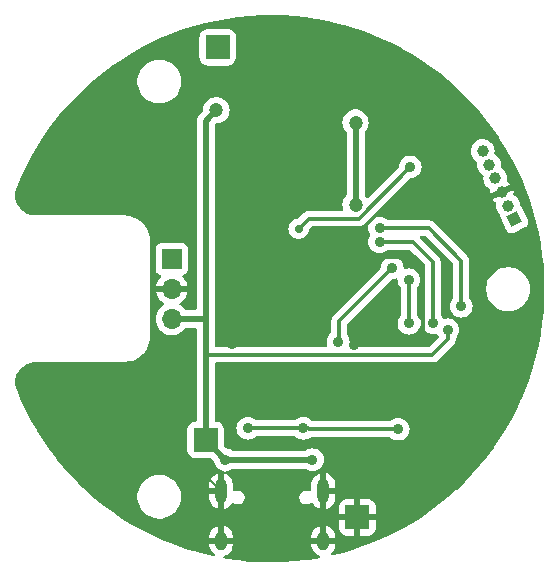
<source format=gbr>
%TF.GenerationSoftware,KiCad,Pcbnew,8.0.6*%
%TF.CreationDate,2024-12-19T11:27:53+03:00*%
%TF.ProjectId,Hall,48616c6c-2e6b-4696-9361-645f70636258,rev?*%
%TF.SameCoordinates,Original*%
%TF.FileFunction,Copper,L2,Bot*%
%TF.FilePolarity,Positive*%
%FSLAX46Y46*%
G04 Gerber Fmt 4.6, Leading zero omitted, Abs format (unit mm)*
G04 Created by KiCad (PCBNEW 8.0.6) date 2024-12-19 11:27:53*
%MOMM*%
%LPD*%
G01*
G04 APERTURE LIST*
G04 Aperture macros list*
%AMRoundRect*
0 Rectangle with rounded corners*
0 $1 Rounding radius*
0 $2 $3 $4 $5 $6 $7 $8 $9 X,Y pos of 4 corners*
0 Add a 4 corners polygon primitive as box body*
4,1,4,$2,$3,$4,$5,$6,$7,$8,$9,$2,$3,0*
0 Add four circle primitives for the rounded corners*
1,1,$1+$1,$2,$3*
1,1,$1+$1,$4,$5*
1,1,$1+$1,$6,$7*
1,1,$1+$1,$8,$9*
0 Add four rect primitives between the rounded corners*
20,1,$1+$1,$2,$3,$4,$5,0*
20,1,$1+$1,$4,$5,$6,$7,0*
20,1,$1+$1,$6,$7,$8,$9,0*
20,1,$1+$1,$8,$9,$2,$3,0*%
%AMHorizOval*
0 Thick line with rounded ends*
0 $1 width*
0 $2 $3 position (X,Y) of the first rounded end (center of the circle)*
0 $4 $5 position (X,Y) of the second rounded end (center of the circle)*
0 Add line between two ends*
20,1,$1,$2,$3,$4,$5,0*
0 Add two circle primitives to create the rounded ends*
1,1,$1,$2,$3*
1,1,$1,$4,$5*%
%AMRotRect*
0 Rectangle, with rotation*
0 The origin of the aperture is its center*
0 $1 length*
0 $2 width*
0 $3 Rotation angle, in degrees counterclockwise*
0 Add horizontal line*
21,1,$1,$2,0,0,$3*%
G04 Aperture macros list end*
%TA.AperFunction,ComponentPad*%
%ADD10R,1.700000X1.700000*%
%TD*%
%TA.AperFunction,ComponentPad*%
%ADD11O,1.700000X1.700000*%
%TD*%
%TA.AperFunction,ComponentPad*%
%ADD12RoundRect,0.250001X-0.799999X-0.799999X0.799999X-0.799999X0.799999X0.799999X-0.799999X0.799999X0*%
%TD*%
%TA.AperFunction,ComponentPad*%
%ADD13O,1.000000X2.100000*%
%TD*%
%TA.AperFunction,ComponentPad*%
%ADD14O,1.000000X1.600000*%
%TD*%
%TA.AperFunction,ComponentPad*%
%ADD15RotRect,1.000000X1.000000X25.000000*%
%TD*%
%TA.AperFunction,ComponentPad*%
%ADD16HorizOval,1.000000X0.000000X0.000000X0.000000X0.000000X0*%
%TD*%
%TA.AperFunction,ViaPad*%
%ADD17C,0.900000*%
%TD*%
%TA.AperFunction,ViaPad*%
%ADD18C,1.200000*%
%TD*%
%TA.AperFunction,ViaPad*%
%ADD19C,0.700000*%
%TD*%
%TA.AperFunction,Conductor*%
%ADD20C,0.200000*%
%TD*%
%TA.AperFunction,Conductor*%
%ADD21C,0.300000*%
%TD*%
%TA.AperFunction,Conductor*%
%ADD22C,0.500000*%
%TD*%
G04 APERTURE END LIST*
D10*
%TO.P,J3,1,Pin_1*%
%TO.N,/ADCin*%
X61500000Y-46500000D03*
D11*
%TO.P,J3,2,Pin_2*%
%TO.N,GND*%
X61500000Y-49040000D03*
%TO.P,J3,3,Pin_3*%
%TO.N,/VBUS*%
X61500000Y-51580000D03*
%TD*%
D12*
%TO.P,J4,1,Pin_1*%
%TO.N,GND*%
X77216000Y-68376800D03*
%TD*%
%TO.P,J5,1,Pin_1*%
%TO.N,+3V3*%
X65405000Y-28575000D03*
%TD*%
%TO.P,J2,1,Pin_1*%
%TO.N,/VBUS*%
X64363600Y-61823600D03*
%TD*%
D13*
%TO.P,J6,S1,SHIELD*%
%TO.N,GND*%
X65680000Y-66165000D03*
D14*
X65680000Y-70345000D03*
D13*
X74320000Y-66165000D03*
D14*
X74320000Y-70345000D03*
%TD*%
D15*
%TO.P,J1,1,Pin_1*%
%TO.N,/SWCLK*%
X90510175Y-43127834D03*
D16*
%TO.P,J1,2,Pin_2*%
%TO.N,/SWDIO*%
X89973450Y-41976823D03*
%TO.P,J1,3,Pin_3*%
%TO.N,GND*%
X89436725Y-40825812D03*
%TO.P,J1,4,Pin_4*%
%TO.N,+3V3*%
X88900000Y-39674800D03*
%TO.P,J1,5,Pin_5*%
%TO.N,/BOOT0*%
X88363274Y-38523790D03*
%TO.P,J1,6,Pin_6*%
%TO.N,/NRST*%
X87826549Y-37372780D03*
%TD*%
D17*
%TO.N,GND*%
X61671200Y-55168800D03*
X77927200Y-65582800D03*
X66598800Y-55626000D03*
X66598800Y-53695600D03*
X86461600Y-35814000D03*
X84328000Y-32969200D03*
X82346800Y-66548000D03*
X86360000Y-40843200D03*
X82448400Y-40843200D03*
X76962000Y-53797200D03*
X73964800Y-58775600D03*
X82194400Y-60604400D03*
%TO.N,/VBUS*%
X66040000Y-63500000D03*
X84886800Y-52500000D03*
X73406000Y-63500000D03*
D18*
X65278000Y-33909000D03*
%TO.N,+3V3*%
X77063600Y-41910000D03*
X77063600Y-34950400D03*
D17*
%TO.N,/CANH*%
X80670400Y-60909200D03*
X67945000Y-60833000D03*
X72644000Y-60833000D03*
D19*
%TO.N,/NRST*%
X72237600Y-43942000D03*
D17*
X81686400Y-38709600D03*
%TO.N,/SWDIO*%
X80162400Y-47244000D03*
X75590400Y-53492400D03*
%TO.N,/USB_PU*%
X81584800Y-48262800D03*
X81584800Y-51943000D03*
%TO.N,/CANTX*%
X86004400Y-50500000D03*
X79095600Y-43891200D03*
%TO.N,/CANRX*%
X79095600Y-45059600D03*
X83616800Y-51917600D03*
%TD*%
D20*
%TO.N,GND*%
X61671200Y-61417200D02*
X61671200Y-55168800D01*
D21*
X77927200Y-65582800D02*
X78892400Y-66548000D01*
X78892400Y-66548000D02*
X82346800Y-66548000D01*
D20*
X61671200Y-62156200D02*
X61671200Y-61417200D01*
X65680000Y-66165000D02*
X61671200Y-62156200D01*
D21*
X66598800Y-58775600D02*
X66598800Y-55626000D01*
X82448400Y-40843200D02*
X80721200Y-40843200D01*
X77805225Y-46004425D02*
X78130400Y-46329600D01*
X82092800Y-46329600D02*
X82753200Y-46990000D01*
X86360000Y-40843200D02*
X82448400Y-40843200D01*
X80721200Y-40843200D02*
X77805225Y-43759175D01*
X73964800Y-58775600D02*
X66598800Y-58775600D01*
X84328000Y-33680400D02*
X86461600Y-35814000D01*
X81711800Y-53797200D02*
X76962000Y-53797200D01*
X73964800Y-58775600D02*
X80365600Y-58775600D01*
X78130400Y-46329600D02*
X82092800Y-46329600D01*
X82194400Y-60604400D02*
X82194400Y-66395600D01*
X82753200Y-52755800D02*
X81711800Y-53797200D01*
X77805225Y-43759175D02*
X77805225Y-46004425D01*
X84328000Y-32969200D02*
X84328000Y-33680400D01*
X82753200Y-46990000D02*
X82753200Y-52755800D01*
X82194400Y-66395600D02*
X82346800Y-66548000D01*
X80365600Y-58775600D02*
X82194400Y-60604400D01*
D22*
%TO.N,/VBUS*%
X64363600Y-34823400D02*
X65278000Y-33909000D01*
X64363600Y-51612800D02*
X64363600Y-34823400D01*
D21*
X83566000Y-54610000D02*
X64363600Y-54610000D01*
X84886800Y-52500000D02*
X84886800Y-53289200D01*
D22*
X67564000Y-63500000D02*
X66040000Y-63500000D01*
D21*
X84886800Y-53289200D02*
X83566000Y-54610000D01*
D22*
X73406000Y-63500000D02*
X67564000Y-63500000D01*
X64330800Y-51580000D02*
X64363600Y-51612800D01*
X64363600Y-54610000D02*
X64363600Y-51612800D01*
X61500000Y-51580000D02*
X64330800Y-51580000D01*
X66040000Y-63500000D02*
X64363600Y-61823600D01*
X64363600Y-61823600D02*
X64363600Y-54610000D01*
%TO.N,+3V3*%
X77063600Y-41910000D02*
X77063600Y-34950400D01*
D21*
%TO.N,/CANH*%
X73583800Y-60909200D02*
X80670400Y-60909200D01*
X72644000Y-60833000D02*
X67945000Y-60833000D01*
X72644000Y-60833000D02*
X73583800Y-60909200D01*
%TO.N,/NRST*%
X73098400Y-43081200D02*
X76911200Y-43081200D01*
X72237600Y-43942000D02*
X73098400Y-43081200D01*
X77314800Y-43081200D02*
X76911200Y-43081200D01*
X81686400Y-38709600D02*
X77314800Y-43081200D01*
%TO.N,/SWDIO*%
X75590400Y-53492400D02*
X75666600Y-53416200D01*
X75666600Y-53416200D02*
X75666600Y-51739800D01*
X75666600Y-51739800D02*
X80162400Y-47244000D01*
%TO.N,/USB_PU*%
X81584800Y-51943000D02*
X81584800Y-48262800D01*
%TO.N,/CANTX*%
X86004400Y-46634400D02*
X83261200Y-43891200D01*
X83261200Y-43891200D02*
X79095600Y-43891200D01*
X86004400Y-50500000D02*
X86004400Y-46634400D01*
%TO.N,/CANRX*%
X83616800Y-51917600D02*
X83616800Y-46786800D01*
X83616800Y-46786800D02*
X81889600Y-45059600D01*
X81889600Y-45059600D02*
X79095600Y-45059600D01*
%TD*%
%TA.AperFunction,Conductor*%
%TO.N,GND*%
G36*
X80591087Y-48191338D02*
G01*
X80620678Y-48254632D01*
X80621506Y-48261221D01*
X80640168Y-48450700D01*
X80694977Y-48631378D01*
X80783976Y-48797885D01*
X80783980Y-48797892D01*
X80898153Y-48937010D01*
X80925466Y-49001319D01*
X80926300Y-49015675D01*
X80926300Y-51190125D01*
X80906615Y-51257164D01*
X80898153Y-51268790D01*
X80783980Y-51407907D01*
X80783976Y-51407914D01*
X80694977Y-51574421D01*
X80640168Y-51755098D01*
X80621662Y-51943000D01*
X80640168Y-52130901D01*
X80694977Y-52311578D01*
X80783976Y-52478085D01*
X80783980Y-52478092D01*
X80903758Y-52624041D01*
X81049707Y-52743819D01*
X81049714Y-52743823D01*
X81207841Y-52828343D01*
X81216223Y-52832823D01*
X81396901Y-52887632D01*
X81584800Y-52906138D01*
X81772699Y-52887632D01*
X81953377Y-52832823D01*
X82119891Y-52743820D01*
X82265841Y-52624041D01*
X82385620Y-52478091D01*
X82474623Y-52311577D01*
X82485992Y-52274097D01*
X82524288Y-52215661D01*
X82588100Y-52187204D01*
X82657167Y-52197763D01*
X82709561Y-52243987D01*
X82723311Y-52274095D01*
X82726976Y-52286177D01*
X82815976Y-52452685D01*
X82815980Y-52452692D01*
X82935758Y-52598641D01*
X83081707Y-52718419D01*
X83081714Y-52718423D01*
X83129229Y-52743820D01*
X83248223Y-52807423D01*
X83428901Y-52862232D01*
X83616800Y-52880738D01*
X83804699Y-52862232D01*
X83869849Y-52842467D01*
X83939712Y-52841843D01*
X83998826Y-52879090D01*
X84015203Y-52902676D01*
X84085705Y-53034578D01*
X84099946Y-53102980D01*
X84074945Y-53168224D01*
X84064027Y-53180711D01*
X83329559Y-53915181D01*
X83268236Y-53948666D01*
X83241878Y-53951500D01*
X76619958Y-53951500D01*
X76552919Y-53931815D01*
X76507164Y-53879011D01*
X76497220Y-53809853D01*
X76501298Y-53791504D01*
X76526334Y-53708972D01*
X76535032Y-53680299D01*
X76553538Y-53492400D01*
X76535032Y-53304501D01*
X76480223Y-53123823D01*
X76432521Y-53034578D01*
X76391221Y-52957310D01*
X76391218Y-52957307D01*
X76353247Y-52911038D01*
X76325934Y-52846728D01*
X76325100Y-52832373D01*
X76325100Y-52063920D01*
X76344785Y-51996881D01*
X76361414Y-51976244D01*
X80095665Y-48241992D01*
X80156986Y-48208509D01*
X80171185Y-48206272D01*
X80350299Y-48188632D01*
X80429745Y-48164531D01*
X80462107Y-48154715D01*
X80531974Y-48154091D01*
X80591087Y-48191338D01*
G37*
%TD.AperFunction*%
%TA.AperFunction,Conductor*%
G36*
X70002302Y-25852463D02*
G01*
X70952003Y-25876790D01*
X70957062Y-25877023D01*
X71904957Y-25940463D01*
X71909986Y-25940904D01*
X72854472Y-26043350D01*
X72859518Y-26044003D01*
X73595864Y-26154737D01*
X73798926Y-26185274D01*
X73803963Y-26186138D01*
X74736753Y-26365998D01*
X74741752Y-26367069D01*
X75666318Y-26585209D01*
X75671244Y-26586478D01*
X76415841Y-26794892D01*
X76586090Y-26842545D01*
X76590977Y-26844022D01*
X77494461Y-27137559D01*
X77499273Y-27139233D01*
X78389939Y-27469766D01*
X78394627Y-27471617D01*
X79270901Y-27838564D01*
X79275529Y-27840615D01*
X80135972Y-28243374D01*
X80140491Y-28245604D01*
X80983581Y-28683464D01*
X80988050Y-28685903D01*
X81812357Y-29158117D01*
X81816739Y-29160749D01*
X82620860Y-29666512D01*
X82625129Y-29669321D01*
X83407743Y-30207801D01*
X83411893Y-30210784D01*
X84171665Y-30781064D01*
X84175688Y-30784216D01*
X84911282Y-31385291D01*
X84915172Y-31388605D01*
X85625414Y-32019518D01*
X85629164Y-32022991D01*
X86312760Y-32682591D01*
X86316364Y-32686214D01*
X86972256Y-33373480D01*
X86975671Y-33377209D01*
X87602678Y-34090911D01*
X87605948Y-34094792D01*
X88134306Y-34748691D01*
X88203002Y-34833709D01*
X88206129Y-34837746D01*
X88724592Y-35536444D01*
X88772222Y-35600631D01*
X88775178Y-35604792D01*
X89181023Y-36201630D01*
X89309356Y-36390356D01*
X89312133Y-36394627D01*
X89797047Y-37175079D01*
X89813482Y-37201530D01*
X89816089Y-37205925D01*
X90228892Y-37935785D01*
X90283767Y-38032806D01*
X90286191Y-38037306D01*
X90719382Y-38882728D01*
X90721619Y-38887323D01*
X91119627Y-39749920D01*
X91121672Y-39754604D01*
X91483788Y-40632849D01*
X91485638Y-40637613D01*
X91811250Y-41530011D01*
X91812903Y-41534847D01*
X92101481Y-42439954D01*
X92102932Y-42444854D01*
X92353955Y-43361029D01*
X92355204Y-43365985D01*
X92568269Y-44291766D01*
X92569312Y-44296769D01*
X92744042Y-45230505D01*
X92744879Y-45235547D01*
X92880992Y-46175749D01*
X92881619Y-46180820D01*
X92978868Y-47125757D01*
X92979287Y-47130851D01*
X93037519Y-48079052D01*
X93037727Y-48084159D01*
X93056836Y-49033943D01*
X93056833Y-49039053D01*
X93036790Y-49988795D01*
X93036577Y-49993901D01*
X92977416Y-50942016D01*
X92976993Y-50947110D01*
X92878811Y-51892004D01*
X92878178Y-51897075D01*
X92741147Y-52837096D01*
X92740306Y-52842137D01*
X92564654Y-53775723D01*
X92563606Y-53780725D01*
X92349631Y-54706296D01*
X92348377Y-54711251D01*
X92096446Y-55627209D01*
X92094989Y-55632107D01*
X91805538Y-56536879D01*
X91803881Y-56541714D01*
X91477383Y-57433820D01*
X91475528Y-57438582D01*
X91112556Y-58316450D01*
X91110507Y-58321132D01*
X90711652Y-59183337D01*
X90709411Y-59187930D01*
X90275373Y-60032956D01*
X90272944Y-60037453D01*
X89804471Y-60863845D01*
X89801860Y-60868238D01*
X89299720Y-61674644D01*
X89296930Y-61678926D01*
X88761973Y-62463977D01*
X88759008Y-62468140D01*
X88192181Y-63230449D01*
X88189048Y-63234486D01*
X87591281Y-63972800D01*
X87587984Y-63976705D01*
X86960302Y-64689758D01*
X86956847Y-64693524D01*
X86300300Y-65380125D01*
X86296692Y-65383745D01*
X85612448Y-66042674D01*
X85608695Y-66046143D01*
X84897832Y-66676357D01*
X84893939Y-66679667D01*
X84157744Y-67280029D01*
X84153717Y-67283177D01*
X83393408Y-67852692D01*
X83389256Y-67855671D01*
X82606101Y-68393390D01*
X82601829Y-68396195D01*
X81797205Y-68901171D01*
X81792821Y-68903798D01*
X80968058Y-69375198D01*
X80963569Y-69377642D01*
X80120099Y-69814648D01*
X80115514Y-69816905D01*
X79254739Y-70218788D01*
X79250065Y-70220854D01*
X78373466Y-70586925D01*
X78368710Y-70588797D01*
X77477782Y-70918433D01*
X77472953Y-70920108D01*
X76569156Y-71212763D01*
X76564263Y-71214236D01*
X75649222Y-71469389D01*
X75644272Y-71470660D01*
X75106714Y-71596932D01*
X75036949Y-71593100D01*
X74980332Y-71552158D01*
X74954837Y-71487106D01*
X74968559Y-71418597D01*
X74990677Y-71388536D01*
X75096752Y-71282461D01*
X75206185Y-71118684D01*
X75206192Y-71118671D01*
X75281569Y-70936693D01*
X75281572Y-70936681D01*
X75319999Y-70743495D01*
X75320000Y-70743492D01*
X75320000Y-70595000D01*
X74620000Y-70595000D01*
X74620000Y-70095000D01*
X75320000Y-70095000D01*
X75320000Y-69946508D01*
X75319999Y-69946504D01*
X75281572Y-69753318D01*
X75281569Y-69753306D01*
X75206192Y-69571328D01*
X75206185Y-69571315D01*
X75096751Y-69407537D01*
X75096748Y-69407533D01*
X74957466Y-69268251D01*
X74957462Y-69268248D01*
X74793684Y-69158814D01*
X74793671Y-69158807D01*
X74611691Y-69083429D01*
X74611683Y-69083427D01*
X74570000Y-69075135D01*
X74570000Y-69878011D01*
X74560060Y-69860795D01*
X74504205Y-69804940D01*
X74435796Y-69765444D01*
X74359496Y-69745000D01*
X74280504Y-69745000D01*
X74204204Y-69765444D01*
X74135795Y-69804940D01*
X74079940Y-69860795D01*
X74070000Y-69878011D01*
X74070000Y-69075136D01*
X74069999Y-69075135D01*
X74028316Y-69083427D01*
X74028308Y-69083429D01*
X73846328Y-69158807D01*
X73846315Y-69158814D01*
X73682537Y-69268248D01*
X73682533Y-69268251D01*
X73543251Y-69407533D01*
X73543248Y-69407537D01*
X73433814Y-69571315D01*
X73433807Y-69571328D01*
X73358430Y-69753306D01*
X73358427Y-69753318D01*
X73320000Y-69946504D01*
X73320000Y-70095000D01*
X74020000Y-70095000D01*
X74020000Y-70595000D01*
X73320000Y-70595000D01*
X73320000Y-70743495D01*
X73358427Y-70936681D01*
X73358430Y-70936693D01*
X73433807Y-71118671D01*
X73433814Y-71118684D01*
X73543248Y-71282462D01*
X73543251Y-71282466D01*
X73682533Y-71421748D01*
X73682537Y-71421751D01*
X73846315Y-71531185D01*
X73846328Y-71531192D01*
X73999066Y-71594457D01*
X74053470Y-71638297D01*
X74075535Y-71704591D01*
X74058256Y-71772291D01*
X74007119Y-71819902D01*
X73974971Y-71830798D01*
X73781513Y-71867903D01*
X73776475Y-71868762D01*
X72836944Y-72009106D01*
X72831876Y-72009757D01*
X71887330Y-72111272D01*
X71882238Y-72111713D01*
X70934335Y-72174218D01*
X70929229Y-72174449D01*
X69979565Y-72197840D01*
X69974455Y-72197861D01*
X69024608Y-72182101D01*
X69019501Y-72181911D01*
X68071104Y-72127023D01*
X68066009Y-72126622D01*
X67120737Y-72032707D01*
X67115662Y-72032098D01*
X66174983Y-71899300D01*
X66169939Y-71898481D01*
X65941372Y-71856543D01*
X65878986Y-71825083D01*
X65843511Y-71764889D01*
X65846212Y-71695071D01*
X65886230Y-71637797D01*
X65939561Y-71612961D01*
X65971688Y-71606570D01*
X65971693Y-71606569D01*
X66153671Y-71531192D01*
X66153684Y-71531185D01*
X66317462Y-71421751D01*
X66317466Y-71421748D01*
X66456748Y-71282466D01*
X66456751Y-71282462D01*
X66566185Y-71118684D01*
X66566192Y-71118671D01*
X66641569Y-70936693D01*
X66641572Y-70936681D01*
X66679999Y-70743495D01*
X66680000Y-70743492D01*
X66680000Y-70595000D01*
X65980000Y-70595000D01*
X65980000Y-70095000D01*
X66680000Y-70095000D01*
X66680000Y-69946508D01*
X66679999Y-69946504D01*
X66641572Y-69753318D01*
X66641569Y-69753306D01*
X66566192Y-69571328D01*
X66566185Y-69571315D01*
X66456751Y-69407537D01*
X66456748Y-69407533D01*
X66317466Y-69268251D01*
X66317462Y-69268248D01*
X66153684Y-69158814D01*
X66153671Y-69158807D01*
X65971691Y-69083429D01*
X65971683Y-69083427D01*
X65930000Y-69075135D01*
X65930000Y-69878011D01*
X65920060Y-69860795D01*
X65864205Y-69804940D01*
X65795796Y-69765444D01*
X65719496Y-69745000D01*
X65640504Y-69745000D01*
X65564204Y-69765444D01*
X65495795Y-69804940D01*
X65439940Y-69860795D01*
X65430000Y-69878011D01*
X65430000Y-69075136D01*
X65429999Y-69075135D01*
X65388316Y-69083427D01*
X65388308Y-69083429D01*
X65206328Y-69158807D01*
X65206315Y-69158814D01*
X65042537Y-69268248D01*
X65042533Y-69268251D01*
X64903251Y-69407533D01*
X64903248Y-69407537D01*
X64793814Y-69571315D01*
X64793807Y-69571328D01*
X64718430Y-69753306D01*
X64718427Y-69753318D01*
X64680000Y-69946504D01*
X64680000Y-70095000D01*
X65380000Y-70095000D01*
X65380000Y-70595000D01*
X64680000Y-70595000D01*
X64680000Y-70743495D01*
X64718427Y-70936681D01*
X64718430Y-70936693D01*
X64793807Y-71118671D01*
X64793814Y-71118684D01*
X64903248Y-71282462D01*
X64903251Y-71282466D01*
X65042533Y-71421748D01*
X65042541Y-71421754D01*
X65078408Y-71445720D01*
X65123214Y-71499332D01*
X65131921Y-71568657D01*
X65101767Y-71631684D01*
X65042324Y-71668404D01*
X64982133Y-71669760D01*
X64304068Y-71516221D01*
X64299108Y-71514990D01*
X63382035Y-71267196D01*
X63377143Y-71265766D01*
X62987610Y-71143081D01*
X62471018Y-70980378D01*
X62466177Y-70978742D01*
X61572645Y-70656283D01*
X61567874Y-70654450D01*
X60688337Y-70295424D01*
X60683646Y-70293395D01*
X59819681Y-69898446D01*
X59815078Y-69896226D01*
X58968113Y-69466007D01*
X58963605Y-69463599D01*
X58135083Y-68998842D01*
X58130678Y-68996250D01*
X57322016Y-68497751D01*
X57317722Y-68494980D01*
X56530294Y-67963586D01*
X56526118Y-67960641D01*
X55761253Y-67397251D01*
X55757201Y-67394136D01*
X55459743Y-67155515D01*
X55016178Y-66799687D01*
X55012265Y-66796413D01*
X54685666Y-66511520D01*
X58594419Y-66511520D01*
X58594419Y-66754097D01*
X58620875Y-66955060D01*
X58626081Y-66994598D01*
X58656589Y-67108455D01*
X58688866Y-67228913D01*
X58710708Y-67281644D01*
X58781695Y-67453021D01*
X58902983Y-67663098D01*
X58902985Y-67663101D01*
X58902986Y-67663102D01*
X59050652Y-67855545D01*
X59050658Y-67855552D01*
X59222175Y-68027069D01*
X59222182Y-68027075D01*
X59237843Y-68039092D01*
X59414630Y-68174745D01*
X59624707Y-68296033D01*
X59848819Y-68388863D01*
X60083130Y-68451647D01*
X60263505Y-68475393D01*
X60323630Y-68483309D01*
X60323631Y-68483309D01*
X60566208Y-68483309D01*
X60614307Y-68476976D01*
X60806708Y-68451647D01*
X61041019Y-68388863D01*
X61265131Y-68296033D01*
X61475208Y-68174745D01*
X61667657Y-68027074D01*
X61839184Y-67855547D01*
X61986855Y-67663098D01*
X62108143Y-67453021D01*
X62200973Y-67228909D01*
X62263757Y-66994598D01*
X62295419Y-66754097D01*
X62295419Y-66511521D01*
X62263757Y-66271020D01*
X62200973Y-66036709D01*
X62108143Y-65812597D01*
X61986855Y-65602520D01*
X61839184Y-65410071D01*
X61839179Y-65410065D01*
X61667662Y-65238548D01*
X61667655Y-65238542D01*
X61475212Y-65090876D01*
X61475211Y-65090875D01*
X61475208Y-65090873D01*
X61278904Y-64977537D01*
X61265133Y-64969586D01*
X61265124Y-64969582D01*
X61041023Y-64876756D01*
X60867320Y-64830212D01*
X60806708Y-64813971D01*
X60806707Y-64813970D01*
X60806704Y-64813970D01*
X60566208Y-64782309D01*
X60566207Y-64782309D01*
X60323631Y-64782309D01*
X60323630Y-64782309D01*
X60083133Y-64813970D01*
X59848814Y-64876756D01*
X59624713Y-64969582D01*
X59624704Y-64969586D01*
X59414625Y-65090876D01*
X59222182Y-65238542D01*
X59222175Y-65238548D01*
X59050658Y-65410065D01*
X59050652Y-65410072D01*
X58902986Y-65602515D01*
X58781696Y-65812594D01*
X58781692Y-65812603D01*
X58688866Y-66036704D01*
X58626080Y-66271023D01*
X58594419Y-66511520D01*
X54685666Y-66511520D01*
X54296370Y-66171936D01*
X54292627Y-66168533D01*
X53603043Y-65515060D01*
X53599452Y-65511513D01*
X52937409Y-64830211D01*
X52933924Y-64826474D01*
X52922738Y-64813971D01*
X52300512Y-64118462D01*
X52297208Y-64114612D01*
X51791366Y-63500000D01*
X51693521Y-63381116D01*
X51690355Y-63377104D01*
X51237379Y-62778025D01*
X51117395Y-62619341D01*
X51114402Y-62615208D01*
X51071398Y-62553177D01*
X50573179Y-61834516D01*
X50570356Y-61830259D01*
X50061743Y-61027898D01*
X50059096Y-61023526D01*
X49583989Y-60200908D01*
X49581525Y-60196431D01*
X49140720Y-59354938D01*
X49138442Y-59350363D01*
X48732671Y-58491387D01*
X48730590Y-58486736D01*
X48361861Y-57614850D01*
X48357952Y-57604289D01*
X48305031Y-57438582D01*
X48288226Y-57385960D01*
X48284133Y-57369199D01*
X48245903Y-57146321D01*
X48244176Y-57129155D01*
X48237252Y-56903110D01*
X48237924Y-56885891D01*
X48262441Y-56661079D01*
X48265500Y-56644104D01*
X48292637Y-56536879D01*
X48320986Y-56424863D01*
X48326367Y-56408492D01*
X48411746Y-56199079D01*
X48419344Y-56183615D01*
X48532969Y-55988071D01*
X48542647Y-55973804D01*
X48682306Y-55795934D01*
X48693872Y-55783147D01*
X48856866Y-55626387D01*
X48870096Y-55615326D01*
X49053271Y-55482706D01*
X49067912Y-55473588D01*
X49092541Y-55460532D01*
X49267721Y-55367677D01*
X49283470Y-55360685D01*
X49496071Y-55283525D01*
X49512632Y-55278790D01*
X49733862Y-55231890D01*
X49750944Y-55229496D01*
X49980183Y-55213504D01*
X49988762Y-55213204D01*
X50029330Y-55213204D01*
X57447976Y-55213204D01*
X57497807Y-55213204D01*
X57510213Y-55213204D01*
X57510466Y-55213178D01*
X57584106Y-55213179D01*
X57854380Y-55180364D01*
X58118729Y-55115211D01*
X58373296Y-55018669D01*
X58614371Y-54892146D01*
X58838437Y-54737486D01*
X59042227Y-54556947D01*
X59222769Y-54353159D01*
X59377431Y-54129095D01*
X59503957Y-53888022D01*
X59600503Y-53633456D01*
X59665659Y-53369108D01*
X59698477Y-53098834D01*
X59698478Y-52962705D01*
X59698478Y-52918535D01*
X59698478Y-52918534D01*
X59698478Y-51579994D01*
X60136844Y-51579994D01*
X60136844Y-51580005D01*
X60155434Y-51804359D01*
X60155436Y-51804371D01*
X60210703Y-52022614D01*
X60301140Y-52228792D01*
X60424276Y-52417265D01*
X60424284Y-52417276D01*
X60576756Y-52582902D01*
X60576760Y-52582906D01*
X60754424Y-52721189D01*
X60754425Y-52721189D01*
X60754427Y-52721191D01*
X60881135Y-52789761D01*
X60952426Y-52828342D01*
X61165365Y-52901444D01*
X61387431Y-52938500D01*
X61612569Y-52938500D01*
X61834635Y-52901444D01*
X62047574Y-52828342D01*
X62245576Y-52721189D01*
X62423240Y-52582906D01*
X62575722Y-52417268D01*
X62590482Y-52394675D01*
X62643628Y-52349321D01*
X62694289Y-52338500D01*
X63481100Y-52338500D01*
X63548139Y-52358185D01*
X63593894Y-52410989D01*
X63605100Y-52462500D01*
X63605100Y-60143719D01*
X63585415Y-60210758D01*
X63532611Y-60256513D01*
X63493703Y-60267077D01*
X63409171Y-60275713D01*
X63240864Y-60331483D01*
X63240861Y-60331484D01*
X63089952Y-60424567D01*
X63089948Y-60424570D01*
X62964570Y-60549948D01*
X62964567Y-60549952D01*
X62871484Y-60700861D01*
X62871483Y-60700864D01*
X62815713Y-60869171D01*
X62805100Y-60973048D01*
X62805100Y-62674151D01*
X62815713Y-62778028D01*
X62871483Y-62946335D01*
X62871484Y-62946338D01*
X62964567Y-63097247D01*
X62964570Y-63097251D01*
X63089948Y-63222629D01*
X63089952Y-63222632D01*
X63240861Y-63315715D01*
X63240864Y-63315716D01*
X63409171Y-63371486D01*
X63409172Y-63371486D01*
X63409175Y-63371487D01*
X63513056Y-63382100D01*
X64798057Y-63382100D01*
X64865096Y-63401785D01*
X64885738Y-63418419D01*
X65057455Y-63590136D01*
X65090940Y-63651459D01*
X65093177Y-63665659D01*
X65095368Y-63687901D01*
X65150177Y-63868578D01*
X65239176Y-64035085D01*
X65239180Y-64035092D01*
X65358958Y-64181041D01*
X65504907Y-64300819D01*
X65504914Y-64300823D01*
X65671421Y-64389822D01*
X65671423Y-64389823D01*
X65852101Y-64444632D01*
X65852111Y-64444632D01*
X65854302Y-64445069D01*
X65855354Y-64445619D01*
X65857931Y-64446401D01*
X65857782Y-64446889D01*
X65916217Y-64477448D01*
X65950797Y-64538160D01*
X65947065Y-64607930D01*
X65930000Y-64632278D01*
X65930000Y-65448011D01*
X65920060Y-65430795D01*
X65864205Y-65374940D01*
X65795796Y-65335444D01*
X65719496Y-65315000D01*
X65640504Y-65315000D01*
X65564204Y-65335444D01*
X65495795Y-65374940D01*
X65439940Y-65430795D01*
X65430000Y-65448011D01*
X65430000Y-64645136D01*
X65429999Y-64645135D01*
X65388316Y-64653427D01*
X65388308Y-64653429D01*
X65206328Y-64728807D01*
X65206315Y-64728814D01*
X65042537Y-64838248D01*
X65042533Y-64838251D01*
X64903251Y-64977533D01*
X64903248Y-64977537D01*
X64793814Y-65141315D01*
X64793807Y-65141328D01*
X64718430Y-65323306D01*
X64718427Y-65323318D01*
X64680000Y-65516504D01*
X64680000Y-65915000D01*
X65380000Y-65915000D01*
X65380000Y-66415000D01*
X64680000Y-66415000D01*
X64680000Y-66813495D01*
X64718427Y-67006681D01*
X64718430Y-67006693D01*
X64793807Y-67188671D01*
X64793814Y-67188684D01*
X64903248Y-67352462D01*
X64903251Y-67352466D01*
X65042533Y-67491748D01*
X65042537Y-67491751D01*
X65206315Y-67601185D01*
X65206328Y-67601192D01*
X65388308Y-67676569D01*
X65430000Y-67684862D01*
X65430000Y-66881988D01*
X65439940Y-66899205D01*
X65495795Y-66955060D01*
X65564204Y-66994556D01*
X65640504Y-67015000D01*
X65719496Y-67015000D01*
X65795796Y-66994556D01*
X65864205Y-66955060D01*
X65920060Y-66899205D01*
X65930000Y-66881988D01*
X65930000Y-67684862D01*
X65971690Y-67676569D01*
X65971692Y-67676569D01*
X66153671Y-67601192D01*
X66153684Y-67601185D01*
X66317462Y-67491751D01*
X66317466Y-67491748D01*
X66456748Y-67352466D01*
X66456751Y-67352462D01*
X66569574Y-67183613D01*
X66571007Y-67184570D01*
X66614198Y-67140580D01*
X66682332Y-67125103D01*
X66748018Y-67148919D01*
X66750089Y-67150697D01*
X66750189Y-67150568D01*
X66756630Y-67155510D01*
X66756635Y-67155515D01*
X66870281Y-67221129D01*
X66883763Y-67228913D01*
X66887865Y-67231281D01*
X67034234Y-67270500D01*
X67034236Y-67270500D01*
X67185764Y-67270500D01*
X67185766Y-67270500D01*
X67332135Y-67231281D01*
X67463365Y-67155515D01*
X67570515Y-67048365D01*
X67646281Y-66917135D01*
X67685500Y-66770766D01*
X67685500Y-66619234D01*
X72314500Y-66619234D01*
X72314500Y-66770765D01*
X72353719Y-66917136D01*
X72375615Y-66955060D01*
X72429485Y-67048365D01*
X72536635Y-67155515D01*
X72650281Y-67221129D01*
X72663763Y-67228913D01*
X72667865Y-67231281D01*
X72814234Y-67270500D01*
X72814236Y-67270500D01*
X72965764Y-67270500D01*
X72965766Y-67270500D01*
X73112135Y-67231281D01*
X73243365Y-67155515D01*
X73243372Y-67155507D01*
X73249811Y-67150568D01*
X73252044Y-67153478D01*
X73298258Y-67127865D01*
X73367980Y-67132411D01*
X73424176Y-67173930D01*
X73430394Y-67183634D01*
X73430426Y-67183613D01*
X73543248Y-67352462D01*
X73543251Y-67352466D01*
X73682533Y-67491748D01*
X73682537Y-67491751D01*
X73846315Y-67601185D01*
X73846328Y-67601192D01*
X74028308Y-67676569D01*
X74070000Y-67684862D01*
X74070000Y-66881988D01*
X74079940Y-66899205D01*
X74135795Y-66955060D01*
X74204204Y-66994556D01*
X74280504Y-67015000D01*
X74359496Y-67015000D01*
X74435796Y-66994556D01*
X74504205Y-66955060D01*
X74560060Y-66899205D01*
X74570000Y-66881988D01*
X74570000Y-67684862D01*
X74611690Y-67676569D01*
X74611692Y-67676569D01*
X74793671Y-67601192D01*
X74793684Y-67601185D01*
X74904987Y-67526814D01*
X75666000Y-67526814D01*
X75666000Y-68126800D01*
X76725252Y-68126800D01*
X76703482Y-68164508D01*
X76666000Y-68304391D01*
X76666000Y-68449209D01*
X76703482Y-68589092D01*
X76725252Y-68626800D01*
X75666000Y-68626800D01*
X75666000Y-69226785D01*
X75676493Y-69329489D01*
X75676494Y-69329496D01*
X75731641Y-69495918D01*
X75731643Y-69495923D01*
X75823684Y-69645144D01*
X75947655Y-69769115D01*
X76096876Y-69861156D01*
X76096881Y-69861158D01*
X76263303Y-69916305D01*
X76263310Y-69916306D01*
X76366014Y-69926799D01*
X76366027Y-69926800D01*
X76966000Y-69926800D01*
X76966000Y-68867547D01*
X77003708Y-68889318D01*
X77143591Y-68926800D01*
X77288409Y-68926800D01*
X77428292Y-68889318D01*
X77466000Y-68867547D01*
X77466000Y-69926800D01*
X78065973Y-69926800D01*
X78065985Y-69926799D01*
X78168689Y-69916306D01*
X78168696Y-69916305D01*
X78335118Y-69861158D01*
X78335123Y-69861156D01*
X78484344Y-69769115D01*
X78608315Y-69645144D01*
X78700356Y-69495923D01*
X78700358Y-69495918D01*
X78755505Y-69329496D01*
X78755506Y-69329489D01*
X78765999Y-69226785D01*
X78766000Y-69226772D01*
X78766000Y-68626800D01*
X77706748Y-68626800D01*
X77728518Y-68589092D01*
X77766000Y-68449209D01*
X77766000Y-68304391D01*
X77728518Y-68164508D01*
X77706748Y-68126800D01*
X78766000Y-68126800D01*
X78766000Y-67526827D01*
X78765999Y-67526814D01*
X78755506Y-67424110D01*
X78755505Y-67424103D01*
X78700358Y-67257681D01*
X78700356Y-67257676D01*
X78608315Y-67108455D01*
X78484344Y-66984484D01*
X78335123Y-66892443D01*
X78335118Y-66892441D01*
X78168696Y-66837294D01*
X78168689Y-66837293D01*
X78065985Y-66826800D01*
X77466000Y-66826800D01*
X77466000Y-67886052D01*
X77428292Y-67864282D01*
X77288409Y-67826800D01*
X77143591Y-67826800D01*
X77003708Y-67864282D01*
X76966000Y-67886052D01*
X76966000Y-66826800D01*
X76366014Y-66826800D01*
X76263310Y-66837293D01*
X76263303Y-66837294D01*
X76096881Y-66892441D01*
X76096876Y-66892443D01*
X75947655Y-66984484D01*
X75823684Y-67108455D01*
X75731643Y-67257676D01*
X75731641Y-67257681D01*
X75676494Y-67424103D01*
X75676493Y-67424110D01*
X75666000Y-67526814D01*
X74904987Y-67526814D01*
X74957462Y-67491751D01*
X74957466Y-67491748D01*
X75096748Y-67352466D01*
X75096751Y-67352462D01*
X75206185Y-67188684D01*
X75206192Y-67188671D01*
X75281569Y-67006693D01*
X75281572Y-67006681D01*
X75319999Y-66813495D01*
X75320000Y-66813492D01*
X75320000Y-66415000D01*
X74620000Y-66415000D01*
X74620000Y-65915000D01*
X75320000Y-65915000D01*
X75320000Y-65516508D01*
X75319999Y-65516504D01*
X75281572Y-65323318D01*
X75281569Y-65323306D01*
X75206192Y-65141328D01*
X75206185Y-65141315D01*
X75096751Y-64977537D01*
X75096748Y-64977533D01*
X74957466Y-64838251D01*
X74957462Y-64838248D01*
X74793684Y-64728814D01*
X74793671Y-64728807D01*
X74611691Y-64653429D01*
X74611683Y-64653427D01*
X74570000Y-64645135D01*
X74570000Y-65448011D01*
X74560060Y-65430795D01*
X74504205Y-65374940D01*
X74435796Y-65335444D01*
X74359496Y-65315000D01*
X74280504Y-65315000D01*
X74204204Y-65335444D01*
X74135795Y-65374940D01*
X74079940Y-65430795D01*
X74070000Y-65448011D01*
X74070000Y-64645136D01*
X74069999Y-64645135D01*
X74028316Y-64653427D01*
X74028308Y-64653429D01*
X73846328Y-64728807D01*
X73846315Y-64728814D01*
X73682537Y-64838248D01*
X73682533Y-64838251D01*
X73543251Y-64977533D01*
X73543248Y-64977537D01*
X73433814Y-65141315D01*
X73433807Y-65141328D01*
X73358430Y-65323306D01*
X73358427Y-65323318D01*
X73320000Y-65516504D01*
X73320000Y-66063955D01*
X73300315Y-66130994D01*
X73247511Y-66176749D01*
X73178353Y-66186693D01*
X73134000Y-66171342D01*
X73112138Y-66158720D01*
X73112135Y-66158719D01*
X72965766Y-66119500D01*
X72814234Y-66119500D01*
X72667863Y-66158719D01*
X72536635Y-66234485D01*
X72536632Y-66234487D01*
X72429487Y-66341632D01*
X72429485Y-66341635D01*
X72353719Y-66472863D01*
X72314500Y-66619234D01*
X67685500Y-66619234D01*
X67646281Y-66472865D01*
X67570515Y-66341635D01*
X67463365Y-66234485D01*
X67353999Y-66171342D01*
X67332136Y-66158719D01*
X67258950Y-66139109D01*
X67185766Y-66119500D01*
X67034234Y-66119500D01*
X66887865Y-66158719D01*
X66887864Y-66158719D01*
X66887862Y-66158720D01*
X66887861Y-66158720D01*
X66866000Y-66171342D01*
X66798099Y-66187815D01*
X66732073Y-66164962D01*
X66688882Y-66110041D01*
X66680000Y-66063955D01*
X66680000Y-65516508D01*
X66679999Y-65516504D01*
X66641572Y-65323318D01*
X66641569Y-65323306D01*
X66566192Y-65141328D01*
X66566185Y-65141315D01*
X66456751Y-64977537D01*
X66456748Y-64977533D01*
X66317466Y-64838251D01*
X66317462Y-64838248D01*
X66153684Y-64728814D01*
X66153674Y-64728809D01*
X66071014Y-64694570D01*
X66016611Y-64650729D01*
X65994546Y-64584435D01*
X66011825Y-64516735D01*
X66062963Y-64469125D01*
X66106309Y-64456607D01*
X66227899Y-64444632D01*
X66408577Y-64389823D01*
X66575091Y-64300820D01*
X66592361Y-64286646D01*
X66656670Y-64259334D01*
X66671026Y-64258500D01*
X67489294Y-64258500D01*
X72774974Y-64258500D01*
X72842013Y-64278185D01*
X72853632Y-64286641D01*
X72870909Y-64300820D01*
X73037423Y-64389823D01*
X73218101Y-64444632D01*
X73406000Y-64463138D01*
X73593899Y-64444632D01*
X73774577Y-64389823D01*
X73941091Y-64300820D01*
X74087041Y-64181041D01*
X74206820Y-64035091D01*
X74295823Y-63868577D01*
X74350632Y-63687899D01*
X74369138Y-63500000D01*
X74350632Y-63312101D01*
X74295823Y-63131423D01*
X74206820Y-62964909D01*
X74206819Y-62964907D01*
X74087041Y-62818958D01*
X73941092Y-62699180D01*
X73941085Y-62699176D01*
X73774578Y-62610177D01*
X73593901Y-62555368D01*
X73406000Y-62536862D01*
X73218098Y-62555368D01*
X73037421Y-62610177D01*
X72870911Y-62699178D01*
X72870909Y-62699180D01*
X72853638Y-62713353D01*
X72789330Y-62740666D01*
X72774974Y-62741500D01*
X66671026Y-62741500D01*
X66603987Y-62721815D01*
X66592367Y-62713358D01*
X66575091Y-62699180D01*
X66575089Y-62699179D01*
X66575088Y-62699178D01*
X66408578Y-62610177D01*
X66227901Y-62555368D01*
X66205659Y-62553177D01*
X66140873Y-62527014D01*
X66130136Y-62517455D01*
X65958419Y-62345738D01*
X65924934Y-62284415D01*
X65922100Y-62258057D01*
X65922100Y-60973061D01*
X65922099Y-60973048D01*
X65915576Y-60909200D01*
X65911487Y-60869175D01*
X65899500Y-60833000D01*
X66981862Y-60833000D01*
X67000368Y-61020901D01*
X67055177Y-61201578D01*
X67144176Y-61368085D01*
X67144180Y-61368092D01*
X67263958Y-61514041D01*
X67409907Y-61633819D01*
X67409914Y-61633823D01*
X67494297Y-61678926D01*
X67576423Y-61722823D01*
X67757101Y-61777632D01*
X67945000Y-61796138D01*
X68132899Y-61777632D01*
X68313577Y-61722823D01*
X68480091Y-61633820D01*
X68548669Y-61577539D01*
X68619211Y-61519647D01*
X68683521Y-61492334D01*
X68697876Y-61491500D01*
X71891124Y-61491500D01*
X71958163Y-61511185D01*
X71969789Y-61519647D01*
X72108907Y-61633819D01*
X72108914Y-61633823D01*
X72193297Y-61678926D01*
X72275423Y-61722823D01*
X72456101Y-61777632D01*
X72644000Y-61796138D01*
X72831899Y-61777632D01*
X73012577Y-61722823D01*
X73179086Y-61633823D01*
X73179087Y-61633822D01*
X73179086Y-61633822D01*
X73179091Y-61633820D01*
X73247669Y-61577537D01*
X73311976Y-61550225D01*
X73336345Y-61549797D01*
X73485515Y-61561891D01*
X73499683Y-61563869D01*
X73518939Y-61567700D01*
X73518943Y-61567700D01*
X73552127Y-61567700D01*
X73562148Y-61568105D01*
X73567138Y-61568510D01*
X73595223Y-61570788D01*
X73595224Y-61570787D01*
X73595227Y-61570788D01*
X73609985Y-61569076D01*
X73614743Y-61568525D01*
X73629024Y-61567700D01*
X79917524Y-61567700D01*
X79984563Y-61587385D01*
X79996189Y-61595847D01*
X80135307Y-61710019D01*
X80135314Y-61710023D01*
X80301821Y-61799022D01*
X80301823Y-61799023D01*
X80482501Y-61853832D01*
X80670400Y-61872338D01*
X80858299Y-61853832D01*
X81038977Y-61799023D01*
X81205491Y-61710020D01*
X81351441Y-61590241D01*
X81471220Y-61444291D01*
X81560223Y-61277777D01*
X81615032Y-61097099D01*
X81633538Y-60909200D01*
X81615032Y-60721301D01*
X81560223Y-60540623D01*
X81519494Y-60464423D01*
X81471223Y-60374114D01*
X81471219Y-60374107D01*
X81351441Y-60228158D01*
X81205492Y-60108380D01*
X81205485Y-60108376D01*
X81038978Y-60019377D01*
X80858301Y-59964568D01*
X80670400Y-59946062D01*
X80482498Y-59964568D01*
X80301821Y-60019377D01*
X80135314Y-60108376D01*
X80135307Y-60108380D01*
X79996189Y-60222553D01*
X79931879Y-60249866D01*
X79917524Y-60250700D01*
X73615471Y-60250700D01*
X73605450Y-60250294D01*
X73592439Y-60249239D01*
X73443955Y-60237199D01*
X73378726Y-60212161D01*
X73358124Y-60192270D01*
X73325043Y-60151961D01*
X73325039Y-60151958D01*
X73271935Y-60108376D01*
X73179092Y-60032180D01*
X73179085Y-60032176D01*
X73012578Y-59943177D01*
X72831901Y-59888368D01*
X72644000Y-59869862D01*
X72456098Y-59888368D01*
X72275421Y-59943177D01*
X72108914Y-60032176D01*
X72108907Y-60032180D01*
X71969789Y-60146353D01*
X71905479Y-60173666D01*
X71891124Y-60174500D01*
X68697876Y-60174500D01*
X68630837Y-60154815D01*
X68619211Y-60146353D01*
X68480092Y-60032180D01*
X68480085Y-60032176D01*
X68313578Y-59943177D01*
X68132901Y-59888368D01*
X67945000Y-59869862D01*
X67757098Y-59888368D01*
X67576421Y-59943177D01*
X67409914Y-60032176D01*
X67409907Y-60032180D01*
X67263958Y-60151958D01*
X67144180Y-60297907D01*
X67144176Y-60297914D01*
X67055177Y-60464421D01*
X67000368Y-60645098D01*
X66981862Y-60833000D01*
X65899500Y-60833000D01*
X65855715Y-60700862D01*
X65855715Y-60700861D01*
X65762632Y-60549952D01*
X65762629Y-60549948D01*
X65637251Y-60424570D01*
X65637247Y-60424567D01*
X65486338Y-60331484D01*
X65486335Y-60331483D01*
X65318028Y-60275713D01*
X65233497Y-60267077D01*
X65168805Y-60240680D01*
X65128654Y-60183499D01*
X65122100Y-60143719D01*
X65122100Y-55392500D01*
X65141785Y-55325461D01*
X65194589Y-55279706D01*
X65246100Y-55268500D01*
X83630859Y-55268500D01*
X83716444Y-55251475D01*
X83758077Y-55243194D01*
X83877917Y-55193555D01*
X83985769Y-55121491D01*
X85398290Y-53708969D01*
X85470355Y-53601117D01*
X85519994Y-53481277D01*
X85527283Y-53444632D01*
X85545300Y-53354057D01*
X85545300Y-53252875D01*
X85564985Y-53185836D01*
X85573447Y-53174210D01*
X85614799Y-53123823D01*
X85687620Y-53035091D01*
X85776623Y-52868577D01*
X85831432Y-52687899D01*
X85849938Y-52500000D01*
X85831432Y-52312101D01*
X85776623Y-52131423D01*
X85776343Y-52130899D01*
X85687623Y-51964914D01*
X85687619Y-51964907D01*
X85567841Y-51818958D01*
X85421892Y-51699180D01*
X85421885Y-51699176D01*
X85255378Y-51610177D01*
X85074701Y-51555368D01*
X84886800Y-51536862D01*
X84698900Y-51555368D01*
X84633749Y-51575131D01*
X84563883Y-51575754D01*
X84504770Y-51538505D01*
X84488397Y-51514923D01*
X84417621Y-51382510D01*
X84417619Y-51382507D01*
X84303447Y-51243390D01*
X84276134Y-51179081D01*
X84275300Y-51164725D01*
X84275300Y-46721942D01*
X84270787Y-46699257D01*
X84270786Y-46699253D01*
X84249995Y-46594723D01*
X84200355Y-46474883D01*
X84200353Y-46474880D01*
X84200351Y-46474876D01*
X84128291Y-46367031D01*
X84128288Y-46367027D01*
X82522641Y-44761381D01*
X82489156Y-44700058D01*
X82494140Y-44630366D01*
X82536012Y-44574433D01*
X82601476Y-44550016D01*
X82610322Y-44549700D01*
X82937078Y-44549700D01*
X83004117Y-44569385D01*
X83024759Y-44586019D01*
X85309581Y-46870841D01*
X85343066Y-46932164D01*
X85345900Y-46958522D01*
X85345900Y-49747125D01*
X85326215Y-49814164D01*
X85317753Y-49825790D01*
X85203580Y-49964907D01*
X85203576Y-49964914D01*
X85114577Y-50131421D01*
X85059768Y-50312098D01*
X85041262Y-50500000D01*
X85059768Y-50687901D01*
X85114577Y-50868578D01*
X85203576Y-51035085D01*
X85203580Y-51035092D01*
X85323358Y-51181041D01*
X85469307Y-51300819D01*
X85469314Y-51300823D01*
X85622139Y-51382509D01*
X85635823Y-51389823D01*
X85816501Y-51444632D01*
X86004400Y-51463138D01*
X86192299Y-51444632D01*
X86372977Y-51389823D01*
X86539491Y-51300820D01*
X86685441Y-51181041D01*
X86805220Y-51035091D01*
X86894223Y-50868577D01*
X86949032Y-50687899D01*
X86967538Y-50500000D01*
X86949032Y-50312101D01*
X86894223Y-50131423D01*
X86866894Y-50080293D01*
X86805223Y-49964914D01*
X86805219Y-49964907D01*
X86691047Y-49825790D01*
X86663734Y-49761481D01*
X86662900Y-49747125D01*
X86662900Y-48928711D01*
X88125675Y-48928711D01*
X88125675Y-49171288D01*
X88157336Y-49411785D01*
X88220122Y-49646104D01*
X88267913Y-49761481D01*
X88312951Y-49870212D01*
X88434239Y-50080289D01*
X88434241Y-50080292D01*
X88434242Y-50080293D01*
X88581908Y-50272736D01*
X88581914Y-50272743D01*
X88753431Y-50444260D01*
X88753437Y-50444265D01*
X88945886Y-50591936D01*
X89155963Y-50713224D01*
X89380075Y-50806054D01*
X89614386Y-50868838D01*
X89794761Y-50892584D01*
X89854886Y-50900500D01*
X89854887Y-50900500D01*
X90097464Y-50900500D01*
X90145563Y-50894167D01*
X90337964Y-50868838D01*
X90572275Y-50806054D01*
X90796387Y-50713224D01*
X91006464Y-50591936D01*
X91198913Y-50444265D01*
X91370440Y-50272738D01*
X91518111Y-50080289D01*
X91639399Y-49870212D01*
X91732229Y-49646100D01*
X91795013Y-49411789D01*
X91826675Y-49171288D01*
X91826675Y-48928712D01*
X91795013Y-48688211D01*
X91732229Y-48453900D01*
X91639399Y-48229788D01*
X91518111Y-48019711D01*
X91370440Y-47827262D01*
X91370435Y-47827256D01*
X91198918Y-47655739D01*
X91198911Y-47655733D01*
X91006468Y-47508067D01*
X91006467Y-47508066D01*
X91006464Y-47508064D01*
X90796387Y-47386776D01*
X90796380Y-47386773D01*
X90572279Y-47293947D01*
X90455119Y-47262554D01*
X90337964Y-47231162D01*
X90337963Y-47231161D01*
X90337960Y-47231161D01*
X90097464Y-47199500D01*
X90097463Y-47199500D01*
X89854887Y-47199500D01*
X89854886Y-47199500D01*
X89614389Y-47231161D01*
X89380070Y-47293947D01*
X89155969Y-47386773D01*
X89155960Y-47386777D01*
X88945881Y-47508067D01*
X88753438Y-47655733D01*
X88753431Y-47655739D01*
X88581914Y-47827256D01*
X88581908Y-47827263D01*
X88434242Y-48019706D01*
X88312952Y-48229785D01*
X88312948Y-48229794D01*
X88220122Y-48453895D01*
X88157336Y-48688214D01*
X88125675Y-48928711D01*
X86662900Y-48928711D01*
X86662900Y-46569538D01*
X86658702Y-46548438D01*
X86658700Y-46548432D01*
X86637595Y-46442323D01*
X86587955Y-46322483D01*
X86587953Y-46322480D01*
X86587951Y-46322476D01*
X86515891Y-46214631D01*
X86515888Y-46214627D01*
X83680971Y-43379710D01*
X83573120Y-43307647D01*
X83573119Y-43307646D01*
X83573117Y-43307645D01*
X83573115Y-43307644D01*
X83573113Y-43307643D01*
X83453277Y-43258006D01*
X83453271Y-43258004D01*
X83326059Y-43232700D01*
X83326057Y-43232700D01*
X79848476Y-43232700D01*
X79781437Y-43213015D01*
X79769811Y-43204553D01*
X79630692Y-43090380D01*
X79630685Y-43090376D01*
X79464178Y-43001377D01*
X79283501Y-42946568D01*
X79095600Y-42928062D01*
X78907698Y-42946568D01*
X78727023Y-43001376D01*
X78602496Y-43067936D01*
X78534093Y-43082177D01*
X78468849Y-43057176D01*
X78427480Y-43000871D01*
X78423118Y-42931137D01*
X78456361Y-42870897D01*
X81619667Y-39707591D01*
X81680988Y-39674108D01*
X81695176Y-39671873D01*
X81874299Y-39654232D01*
X82054977Y-39599423D01*
X82221491Y-39510420D01*
X82367441Y-39390641D01*
X82487220Y-39244691D01*
X82576223Y-39078177D01*
X82631032Y-38897499D01*
X82649538Y-38709600D01*
X82631032Y-38521701D01*
X82576223Y-38341023D01*
X82487220Y-38174509D01*
X82487219Y-38174507D01*
X82367441Y-38028558D01*
X82221492Y-37908780D01*
X82221485Y-37908776D01*
X82054978Y-37819777D01*
X81874301Y-37764968D01*
X81686400Y-37746462D01*
X81498498Y-37764968D01*
X81317821Y-37819777D01*
X81151314Y-37908776D01*
X81151307Y-37908780D01*
X81005358Y-38028558D01*
X80885580Y-38174507D01*
X80885576Y-38174514D01*
X80796577Y-38341021D01*
X80741768Y-38521699D01*
X80724128Y-38700805D01*
X80697967Y-38765592D01*
X80688406Y-38776332D01*
X78167092Y-41297646D01*
X78105769Y-41331131D01*
X78036077Y-41326147D01*
X77980457Y-41284692D01*
X77894016Y-41170226D01*
X77886301Y-41160009D01*
X77886298Y-41160006D01*
X77886294Y-41160001D01*
X77862561Y-41138366D01*
X77826280Y-41078655D01*
X77822100Y-41046730D01*
X77822100Y-37372780D01*
X86813169Y-37372780D01*
X86832640Y-37570479D01*
X86890309Y-37760588D01*
X86983950Y-37935778D01*
X86983954Y-37935785D01*
X87109980Y-38089348D01*
X87263543Y-38215374D01*
X87263550Y-38215378D01*
X87301359Y-38235587D01*
X87351204Y-38284548D01*
X87366666Y-38352686D01*
X87366311Y-38357100D01*
X87349894Y-38523789D01*
X87369365Y-38721489D01*
X87427034Y-38911598D01*
X87520675Y-39086788D01*
X87520679Y-39086795D01*
X87646705Y-39240358D01*
X87800268Y-39366384D01*
X87800271Y-39366386D01*
X87838087Y-39386599D01*
X87887931Y-39435561D01*
X87903392Y-39503699D01*
X87903037Y-39508111D01*
X87886620Y-39674799D01*
X87906091Y-39872499D01*
X87963760Y-40062608D01*
X88057401Y-40237798D01*
X88057405Y-40237805D01*
X88183431Y-40391368D01*
X88336994Y-40517394D01*
X88337001Y-40517398D01*
X88382926Y-40541946D01*
X88432770Y-40590908D01*
X88448231Y-40659046D01*
X88447876Y-40663458D01*
X88431886Y-40825811D01*
X88450033Y-41010068D01*
X89141125Y-40687806D01*
X89133874Y-40700367D01*
X89111725Y-40783025D01*
X89111725Y-40868599D01*
X89133874Y-40951257D01*
X89176661Y-41025366D01*
X89237171Y-41085876D01*
X89311280Y-41128663D01*
X89354165Y-41140154D01*
X89351237Y-41141520D01*
X89351235Y-41141520D01*
X88664849Y-41461588D01*
X88726196Y-41536340D01*
X88878464Y-41661304D01*
X88878471Y-41661308D01*
X88912437Y-41679463D01*
X88962282Y-41728424D01*
X88977744Y-41796562D01*
X88977389Y-41800976D01*
X88960070Y-41976822D01*
X88979541Y-42174522D01*
X89037210Y-42364631D01*
X89130851Y-42539821D01*
X89130855Y-42539828D01*
X89256881Y-42693390D01*
X89292333Y-42722485D01*
X89331668Y-42780231D01*
X89335041Y-42843734D01*
X89333016Y-42853407D01*
X89344605Y-42999169D01*
X89364301Y-43056817D01*
X89828027Y-44051279D01*
X89844835Y-44079101D01*
X89859524Y-44103416D01*
X89963736Y-44205988D01*
X90092625Y-44275044D01*
X90092628Y-44275044D01*
X90092629Y-44275045D01*
X90123964Y-44281601D01*
X90235748Y-44304992D01*
X90381510Y-44293404D01*
X90439151Y-44273710D01*
X90439155Y-44273707D01*
X90439158Y-44273707D01*
X91433620Y-43809981D01*
X91485757Y-43778485D01*
X91588329Y-43674273D01*
X91657385Y-43545384D01*
X91662805Y-43519479D01*
X91687333Y-43402262D01*
X91687002Y-43398097D01*
X91675745Y-43256499D01*
X91656051Y-43198858D01*
X91656050Y-43198855D01*
X91656048Y-43198850D01*
X91192322Y-42204388D01*
X91160826Y-42152252D01*
X91122529Y-42114558D01*
X91056614Y-42049680D01*
X91048869Y-42045530D01*
X90999075Y-41996521D01*
X90984029Y-41948388D01*
X90967358Y-41779122D01*
X90909691Y-41589019D01*
X90909689Y-41589016D01*
X90909689Y-41589014D01*
X90816048Y-41413824D01*
X90816044Y-41413817D01*
X90690018Y-41260254D01*
X90536457Y-41134230D01*
X90536455Y-41134229D01*
X90536454Y-41134228D01*
X90490521Y-41109676D01*
X90440678Y-41060714D01*
X90425218Y-40992576D01*
X90425573Y-40988164D01*
X90441563Y-40825812D01*
X90423414Y-40641554D01*
X89732325Y-40963814D01*
X89739576Y-40951257D01*
X89761725Y-40868599D01*
X89761725Y-40783025D01*
X89739576Y-40700367D01*
X89696789Y-40626258D01*
X89636279Y-40565748D01*
X89562170Y-40522961D01*
X89519283Y-40511469D01*
X89557647Y-40493580D01*
X90208599Y-40190034D01*
X90147253Y-40115283D01*
X89994985Y-39990319D01*
X89994982Y-39990317D01*
X89961011Y-39972160D01*
X89911166Y-39923198D01*
X89895705Y-39855060D01*
X89896060Y-39850647D01*
X89902639Y-39783850D01*
X89913380Y-39674800D01*
X89893908Y-39477099D01*
X89836241Y-39286996D01*
X89836239Y-39286993D01*
X89836239Y-39286991D01*
X89742598Y-39111801D01*
X89742594Y-39111794D01*
X89616568Y-38958231D01*
X89463005Y-38832206D01*
X89463004Y-38832205D01*
X89425185Y-38811990D01*
X89375342Y-38763030D01*
X89359881Y-38694892D01*
X89360236Y-38690479D01*
X89361549Y-38677151D01*
X89376654Y-38523790D01*
X89357182Y-38326089D01*
X89299515Y-38135986D01*
X89299513Y-38135983D01*
X89299513Y-38135981D01*
X89205872Y-37960791D01*
X89205868Y-37960784D01*
X89079842Y-37807221D01*
X88926279Y-37681195D01*
X88926276Y-37681193D01*
X88888462Y-37660982D01*
X88838617Y-37612020D01*
X88823156Y-37543882D01*
X88823511Y-37539469D01*
X88839929Y-37372780D01*
X88820457Y-37175079D01*
X88762790Y-36984976D01*
X88762788Y-36984973D01*
X88762788Y-36984971D01*
X88669147Y-36809781D01*
X88669143Y-36809774D01*
X88543117Y-36656211D01*
X88389554Y-36530185D01*
X88389547Y-36530181D01*
X88214357Y-36436540D01*
X88119301Y-36407705D01*
X88024250Y-36378872D01*
X88024248Y-36378871D01*
X88024250Y-36378871D01*
X87826549Y-36359400D01*
X87628849Y-36378871D01*
X87438740Y-36436540D01*
X87263550Y-36530181D01*
X87263543Y-36530185D01*
X87109980Y-36656211D01*
X86983954Y-36809774D01*
X86983950Y-36809781D01*
X86890309Y-36984971D01*
X86832640Y-37175080D01*
X86813169Y-37372780D01*
X77822100Y-37372780D01*
X77822100Y-35813668D01*
X77841785Y-35746629D01*
X77862560Y-35722033D01*
X77886301Y-35700391D01*
X78010103Y-35536450D01*
X78101674Y-35352552D01*
X78157894Y-35154959D01*
X78176849Y-34950400D01*
X78157894Y-34745841D01*
X78101674Y-34548248D01*
X78101669Y-34548237D01*
X78010106Y-34364355D01*
X78010101Y-34364347D01*
X77886299Y-34200406D01*
X77734483Y-34062009D01*
X77734482Y-34062008D01*
X77627057Y-33995493D01*
X77559820Y-33953861D01*
X77559818Y-33953860D01*
X77368255Y-33879649D01*
X77166318Y-33841900D01*
X76960882Y-33841900D01*
X76758945Y-33879649D01*
X76758942Y-33879649D01*
X76758942Y-33879650D01*
X76567379Y-33953861D01*
X76392716Y-34062009D01*
X76240900Y-34200406D01*
X76117098Y-34364347D01*
X76117093Y-34364355D01*
X76025530Y-34548237D01*
X76025524Y-34548252D01*
X75969306Y-34745839D01*
X75969305Y-34745841D01*
X75950351Y-34950399D01*
X75950351Y-34950400D01*
X75969305Y-35154958D01*
X75969306Y-35154960D01*
X76025524Y-35352547D01*
X76025530Y-35352562D01*
X76117093Y-35536444D01*
X76117098Y-35536452D01*
X76165564Y-35600631D01*
X76240899Y-35700391D01*
X76264637Y-35722031D01*
X76300919Y-35781741D01*
X76305100Y-35813668D01*
X76305100Y-41046730D01*
X76285415Y-41113769D01*
X76264639Y-41138366D01*
X76240905Y-41160001D01*
X76240901Y-41160006D01*
X76117098Y-41323947D01*
X76117093Y-41323955D01*
X76025530Y-41507837D01*
X76025524Y-41507852D01*
X75969306Y-41705439D01*
X75969305Y-41705441D01*
X75950351Y-41909999D01*
X75950351Y-41910000D01*
X75969305Y-42114558D01*
X75986367Y-42174522D01*
X76012043Y-42264767D01*
X76011458Y-42334633D01*
X75973191Y-42393091D01*
X75909394Y-42421582D01*
X75892778Y-42422700D01*
X73033541Y-42422700D01*
X72906328Y-42448004D01*
X72906322Y-42448006D01*
X72786486Y-42497643D01*
X72786479Y-42497647D01*
X72678628Y-42569710D01*
X72678627Y-42569711D01*
X72195528Y-43052811D01*
X72134205Y-43086296D01*
X72133628Y-43086420D01*
X71970848Y-43121019D01*
X71970842Y-43121021D01*
X71805986Y-43194421D01*
X71805981Y-43194424D01*
X71659988Y-43300494D01*
X71659981Y-43300500D01*
X71539232Y-43434608D01*
X71449000Y-43590894D01*
X71393235Y-43762523D01*
X71374371Y-43942000D01*
X71393235Y-44121476D01*
X71442698Y-44273710D01*
X71449001Y-44293107D01*
X71539233Y-44449393D01*
X71562650Y-44475400D01*
X71659981Y-44583499D01*
X71659984Y-44583501D01*
X71659987Y-44583504D01*
X71805985Y-44689578D01*
X71970842Y-44762978D01*
X71970848Y-44762980D01*
X72147368Y-44800500D01*
X72147369Y-44800500D01*
X72327831Y-44800500D01*
X72327832Y-44800500D01*
X72504352Y-44762980D01*
X72504354Y-44762978D01*
X72504357Y-44762978D01*
X72559888Y-44738253D01*
X72669215Y-44689578D01*
X72815213Y-44583504D01*
X72935967Y-44449393D01*
X73026199Y-44293107D01*
X73081965Y-44121475D01*
X73088248Y-44061690D01*
X73114831Y-43997076D01*
X73123869Y-43986989D01*
X73334842Y-43776016D01*
X73396164Y-43742534D01*
X73422522Y-43739700D01*
X77379659Y-43739700D01*
X77465244Y-43722675D01*
X77506877Y-43714394D01*
X77626717Y-43664755D01*
X77734569Y-43592691D01*
X78075296Y-43251964D01*
X78136619Y-43218479D01*
X78206310Y-43223463D01*
X78262244Y-43265334D01*
X78286661Y-43330799D01*
X78272336Y-43398097D01*
X78205776Y-43522623D01*
X78150968Y-43703298D01*
X78132462Y-43891200D01*
X78150968Y-44079101D01*
X78205777Y-44259778D01*
X78289785Y-44416947D01*
X78304027Y-44485350D01*
X78289785Y-44533853D01*
X78205777Y-44691021D01*
X78150968Y-44871698D01*
X78132462Y-45059600D01*
X78150968Y-45247501D01*
X78205777Y-45428178D01*
X78294776Y-45594685D01*
X78294780Y-45594692D01*
X78414558Y-45740641D01*
X78560507Y-45860419D01*
X78560514Y-45860423D01*
X78727021Y-45949422D01*
X78727023Y-45949423D01*
X78907701Y-46004232D01*
X79095600Y-46022738D01*
X79283499Y-46004232D01*
X79464177Y-45949423D01*
X79630691Y-45860420D01*
X79759853Y-45754419D01*
X79769811Y-45746247D01*
X79834121Y-45718934D01*
X79848476Y-45718100D01*
X81565478Y-45718100D01*
X81632517Y-45737785D01*
X81653159Y-45754419D01*
X82921981Y-47023241D01*
X82955466Y-47084564D01*
X82958300Y-47110922D01*
X82958300Y-51164725D01*
X82938615Y-51231764D01*
X82930153Y-51243390D01*
X82815980Y-51382507D01*
X82815979Y-51382510D01*
X82726978Y-51549019D01*
X82715607Y-51586503D01*
X82677308Y-51644941D01*
X82613495Y-51673396D01*
X82544429Y-51662834D01*
X82492036Y-51616609D01*
X82478287Y-51586503D01*
X82474623Y-51574423D01*
X82474621Y-51574420D01*
X82474621Y-51574418D01*
X82385623Y-51407914D01*
X82385619Y-51407907D01*
X82271447Y-51268790D01*
X82244134Y-51204481D01*
X82243300Y-51190125D01*
X82243300Y-49015675D01*
X82262985Y-48948636D01*
X82271447Y-48937010D01*
X82385619Y-48797892D01*
X82385623Y-48797885D01*
X82444243Y-48688214D01*
X82474623Y-48631377D01*
X82529432Y-48450699D01*
X82547938Y-48262800D01*
X82529432Y-48074901D01*
X82474623Y-47894223D01*
X82450569Y-47849221D01*
X82385623Y-47727714D01*
X82385619Y-47727707D01*
X82265841Y-47581758D01*
X82119892Y-47461980D01*
X82119885Y-47461976D01*
X81953378Y-47372977D01*
X81772701Y-47318168D01*
X81584800Y-47299662D01*
X81396902Y-47318167D01*
X81285091Y-47352085D01*
X81215224Y-47352708D01*
X81156111Y-47315460D01*
X81126520Y-47252165D01*
X81125693Y-47245578D01*
X81125538Y-47244000D01*
X81107032Y-47056101D01*
X81052223Y-46875423D01*
X80970187Y-46721943D01*
X80963223Y-46708914D01*
X80963219Y-46708907D01*
X80843441Y-46562958D01*
X80697492Y-46443180D01*
X80697485Y-46443176D01*
X80530978Y-46354177D01*
X80350301Y-46299368D01*
X80162400Y-46280862D01*
X79974498Y-46299368D01*
X79793821Y-46354177D01*
X79627314Y-46443176D01*
X79627307Y-46443180D01*
X79481358Y-46562958D01*
X79361580Y-46708907D01*
X79361576Y-46708914D01*
X79272577Y-46875421D01*
X79217768Y-47056099D01*
X79200128Y-47235206D01*
X79173967Y-47299993D01*
X79164406Y-47310733D01*
X75155113Y-51320025D01*
X75155110Y-51320028D01*
X75131324Y-51355628D01*
X75113363Y-51382509D01*
X75108477Y-51389822D01*
X75083045Y-51427882D01*
X75083041Y-51427889D01*
X75033407Y-51547718D01*
X75033404Y-51547728D01*
X75008100Y-51674940D01*
X75008100Y-52671675D01*
X74988415Y-52738714D01*
X74962767Y-52767526D01*
X74909357Y-52811360D01*
X74789580Y-52957307D01*
X74789576Y-52957314D01*
X74700577Y-53123821D01*
X74645768Y-53304498D01*
X74627262Y-53492400D01*
X74645768Y-53680300D01*
X74679502Y-53791504D01*
X74680126Y-53861371D01*
X74642878Y-53920484D01*
X74579585Y-53950075D01*
X74560842Y-53951500D01*
X65246100Y-53951500D01*
X65179061Y-53931815D01*
X65133306Y-53879011D01*
X65122100Y-53827500D01*
X65122100Y-35188943D01*
X65141785Y-35121904D01*
X65158419Y-35101262D01*
X65205862Y-35053819D01*
X65267185Y-35020334D01*
X65293543Y-35017500D01*
X65380716Y-35017500D01*
X65380718Y-35017500D01*
X65582655Y-34979751D01*
X65774218Y-34905540D01*
X65948882Y-34797392D01*
X66100701Y-34658991D01*
X66224503Y-34495050D01*
X66316074Y-34311152D01*
X66372294Y-34113559D01*
X66391249Y-33909000D01*
X66372294Y-33704441D01*
X66316074Y-33506848D01*
X66250573Y-33375305D01*
X66224506Y-33322955D01*
X66224501Y-33322947D01*
X66100699Y-33159006D01*
X65948883Y-33020609D01*
X65948882Y-33020608D01*
X65774218Y-32912460D01*
X65582655Y-32838249D01*
X65380718Y-32800500D01*
X65175282Y-32800500D01*
X64973345Y-32838249D01*
X64973342Y-32838249D01*
X64973342Y-32838250D01*
X64781779Y-32912461D01*
X64607116Y-33020609D01*
X64455300Y-33159006D01*
X64331498Y-33322947D01*
X64331493Y-33322955D01*
X64239930Y-33506837D01*
X64239924Y-33506852D01*
X64183706Y-33704439D01*
X64183706Y-33704441D01*
X64164738Y-33909130D01*
X64138952Y-33974067D01*
X64128948Y-33985369D01*
X63774435Y-34339882D01*
X63691428Y-34464112D01*
X63691422Y-34464123D01*
X63656578Y-34548247D01*
X63656578Y-34548248D01*
X63634249Y-34602153D01*
X63634247Y-34602159D01*
X63605100Y-34748691D01*
X63605100Y-50697500D01*
X63585415Y-50764539D01*
X63532611Y-50810294D01*
X63481100Y-50821500D01*
X62694289Y-50821500D01*
X62627250Y-50801815D01*
X62590482Y-50765324D01*
X62575722Y-50742732D01*
X62575718Y-50742728D01*
X62575715Y-50742723D01*
X62423243Y-50577097D01*
X62423238Y-50577092D01*
X62304797Y-50484905D01*
X62245577Y-50438811D01*
X62202303Y-50415393D01*
X62152713Y-50366173D01*
X62137605Y-50297957D01*
X62161775Y-50232401D01*
X62190198Y-50204763D01*
X62371079Y-50078108D01*
X62538105Y-49911082D01*
X62673600Y-49717578D01*
X62773429Y-49503492D01*
X62773432Y-49503486D01*
X62830636Y-49290000D01*
X61933012Y-49290000D01*
X61965925Y-49232993D01*
X62000000Y-49105826D01*
X62000000Y-48974174D01*
X61965925Y-48847007D01*
X61933012Y-48790000D01*
X62830636Y-48790000D01*
X62830635Y-48789999D01*
X62773432Y-48576513D01*
X62773429Y-48576507D01*
X62673600Y-48362422D01*
X62673599Y-48362420D01*
X62538113Y-48168926D01*
X62538108Y-48168920D01*
X62422272Y-48053084D01*
X62388787Y-47991761D01*
X62393771Y-47922069D01*
X62435643Y-47866136D01*
X62466612Y-47849224D01*
X62596204Y-47800889D01*
X62713261Y-47713261D01*
X62800889Y-47596204D01*
X62846555Y-47473768D01*
X62851988Y-47459204D01*
X62851988Y-47459203D01*
X62851989Y-47459201D01*
X62855591Y-47425692D01*
X62858499Y-47398654D01*
X62858500Y-47398637D01*
X62858500Y-45601362D01*
X62858499Y-45601345D01*
X62855157Y-45570270D01*
X62851989Y-45540799D01*
X62800889Y-45403796D01*
X62713261Y-45286739D01*
X62596204Y-45199111D01*
X62459203Y-45148011D01*
X62398654Y-45141500D01*
X62398638Y-45141500D01*
X60601362Y-45141500D01*
X60601345Y-45141500D01*
X60540797Y-45148011D01*
X60540795Y-45148011D01*
X60403795Y-45199111D01*
X60286739Y-45286739D01*
X60199111Y-45403795D01*
X60148011Y-45540795D01*
X60148011Y-45540797D01*
X60141500Y-45601345D01*
X60141500Y-47398654D01*
X60148011Y-47459202D01*
X60148011Y-47459204D01*
X60166237Y-47508067D01*
X60199111Y-47596204D01*
X60286739Y-47713261D01*
X60403796Y-47800889D01*
X60533382Y-47849222D01*
X60589313Y-47891093D01*
X60613730Y-47956557D01*
X60598878Y-48024830D01*
X60577728Y-48053084D01*
X60461886Y-48168926D01*
X60326400Y-48362420D01*
X60326399Y-48362422D01*
X60226570Y-48576507D01*
X60226567Y-48576513D01*
X60169364Y-48789999D01*
X60169364Y-48790000D01*
X61066988Y-48790000D01*
X61034075Y-48847007D01*
X61000000Y-48974174D01*
X61000000Y-49105826D01*
X61034075Y-49232993D01*
X61066988Y-49290000D01*
X60169364Y-49290000D01*
X60226567Y-49503486D01*
X60226570Y-49503492D01*
X60326399Y-49717578D01*
X60461894Y-49911082D01*
X60628917Y-50078105D01*
X60809802Y-50204763D01*
X60853427Y-50259340D01*
X60860619Y-50328839D01*
X60829097Y-50391193D01*
X60797697Y-50415392D01*
X60754427Y-50438809D01*
X60754422Y-50438812D01*
X60576761Y-50577092D01*
X60576756Y-50577097D01*
X60424284Y-50742723D01*
X60424276Y-50742734D01*
X60301140Y-50931207D01*
X60210703Y-51137385D01*
X60155436Y-51355628D01*
X60155434Y-51355640D01*
X60136844Y-51579994D01*
X59698478Y-51579994D01*
X59698478Y-45114083D01*
X59698496Y-45114021D01*
X59698496Y-44926569D01*
X59684793Y-44813721D01*
X59665678Y-44656296D01*
X59600522Y-44391945D01*
X59503976Y-44137376D01*
X59495631Y-44121476D01*
X59377453Y-43896307D01*
X59377451Y-43896305D01*
X59377449Y-43896300D01*
X59222786Y-43672234D01*
X59042242Y-43468444D01*
X58838450Y-43287901D01*
X58758477Y-43232700D01*
X58614386Y-43133242D01*
X58614382Y-43133240D01*
X58373296Y-43006711D01*
X58118745Y-42910175D01*
X58118738Y-42910173D01*
X58118735Y-42910172D01*
X57982775Y-42876662D01*
X57854390Y-42845019D01*
X57854386Y-42845018D01*
X57854384Y-42845018D01*
X57711708Y-42827695D01*
X57584109Y-42812203D01*
X57584107Y-42812203D01*
X57447976Y-42812204D01*
X49989475Y-42812204D01*
X49980845Y-42811903D01*
X49750952Y-42795864D01*
X49733867Y-42793469D01*
X49512657Y-42746575D01*
X49496068Y-42741832D01*
X49362595Y-42693390D01*
X49283492Y-42664680D01*
X49267735Y-42657685D01*
X49067931Y-42551777D01*
X49053291Y-42542659D01*
X48870129Y-42410049D01*
X48856896Y-42398988D01*
X48693898Y-42242223D01*
X48682338Y-42229442D01*
X48542678Y-42051573D01*
X48533001Y-42037305D01*
X48419385Y-41841776D01*
X48411782Y-41826305D01*
X48326404Y-41616897D01*
X48321024Y-41600527D01*
X48265538Y-41381292D01*
X48262480Y-41364315D01*
X48258861Y-41331131D01*
X48237963Y-41139512D01*
X48237291Y-41122291D01*
X48244214Y-40896250D01*
X48245941Y-40879088D01*
X48284169Y-40656210D01*
X48288257Y-40639470D01*
X48334085Y-40495969D01*
X48346823Y-40468350D01*
X48351617Y-40460618D01*
X48351616Y-40460618D01*
X48351619Y-40460616D01*
X48367603Y-40420654D01*
X48368479Y-40418527D01*
X48739917Y-39542635D01*
X48741977Y-39538043D01*
X49148605Y-38679441D01*
X49150862Y-38674918D01*
X49592525Y-37833799D01*
X49594956Y-37829391D01*
X50070913Y-37007169D01*
X50073555Y-37002816D01*
X50582960Y-36200949D01*
X50585752Y-36196747D01*
X51127793Y-35416515D01*
X51130764Y-35412421D01*
X51704496Y-34655187D01*
X51707609Y-34651249D01*
X52312056Y-33918300D01*
X52315343Y-33914477D01*
X52949470Y-33207066D01*
X52952916Y-33203376D01*
X53615676Y-32522675D01*
X53619264Y-32519140D01*
X54309494Y-31866340D01*
X54313189Y-31862986D01*
X54907259Y-31345806D01*
X58594587Y-31345806D01*
X58594587Y-31588383D01*
X58626248Y-31828880D01*
X58689034Y-32063199D01*
X58781860Y-32287300D01*
X58781863Y-32287307D01*
X58903151Y-32497384D01*
X58903153Y-32497387D01*
X58903154Y-32497388D01*
X59050820Y-32689831D01*
X59050826Y-32689838D01*
X59222343Y-32861355D01*
X59222349Y-32861360D01*
X59414798Y-33009031D01*
X59624875Y-33130319D01*
X59848987Y-33223149D01*
X60083298Y-33285933D01*
X60263673Y-33309679D01*
X60323798Y-33317595D01*
X60323799Y-33317595D01*
X60566376Y-33317595D01*
X60614475Y-33311262D01*
X60806876Y-33285933D01*
X61041187Y-33223149D01*
X61265299Y-33130319D01*
X61475376Y-33009031D01*
X61667825Y-32861360D01*
X61839352Y-32689833D01*
X61987023Y-32497384D01*
X62108311Y-32287307D01*
X62201141Y-32063195D01*
X62263925Y-31828884D01*
X62295587Y-31588383D01*
X62295587Y-31345807D01*
X62263925Y-31105306D01*
X62201141Y-30870995D01*
X62108311Y-30646883D01*
X61987023Y-30436806D01*
X61839352Y-30244357D01*
X61839347Y-30244351D01*
X61667830Y-30072834D01*
X61667823Y-30072828D01*
X61475380Y-29925162D01*
X61475379Y-29925161D01*
X61475376Y-29925159D01*
X61265299Y-29803871D01*
X61265292Y-29803868D01*
X61041191Y-29711042D01*
X60806872Y-29648256D01*
X60566376Y-29616595D01*
X60566375Y-29616595D01*
X60323799Y-29616595D01*
X60323798Y-29616595D01*
X60083301Y-29648256D01*
X59848982Y-29711042D01*
X59624881Y-29803868D01*
X59624872Y-29803872D01*
X59414793Y-29925162D01*
X59222350Y-30072828D01*
X59222343Y-30072834D01*
X59050826Y-30244351D01*
X59050820Y-30244358D01*
X58903154Y-30436801D01*
X58781864Y-30646880D01*
X58781860Y-30646889D01*
X58689034Y-30870990D01*
X58626248Y-31105309D01*
X58594587Y-31345806D01*
X54907259Y-31345806D01*
X55029784Y-31239139D01*
X55033641Y-31235919D01*
X55775270Y-30642181D01*
X55779315Y-30639079D01*
X56544743Y-30076432D01*
X56548870Y-30073527D01*
X57336897Y-29542855D01*
X57341156Y-29540114D01*
X58150357Y-29042379D01*
X58154668Y-29039848D01*
X58983728Y-28575860D01*
X58988188Y-28573484D01*
X59835597Y-28144087D01*
X59840171Y-28141886D01*
X60704581Y-27747759D01*
X60709232Y-27745754D01*
X60761574Y-27724448D01*
X63846500Y-27724448D01*
X63846500Y-29425551D01*
X63857113Y-29529428D01*
X63912883Y-29697735D01*
X63912884Y-29697738D01*
X64005967Y-29848647D01*
X64005970Y-29848651D01*
X64131348Y-29974029D01*
X64131352Y-29974032D01*
X64282261Y-30067115D01*
X64282264Y-30067116D01*
X64450571Y-30122886D01*
X64450572Y-30122886D01*
X64450575Y-30122887D01*
X64554456Y-30133500D01*
X64554461Y-30133500D01*
X66255539Y-30133500D01*
X66255544Y-30133500D01*
X66359425Y-30122887D01*
X66527738Y-30067115D01*
X66678651Y-29974030D01*
X66804030Y-29848651D01*
X66897115Y-29697738D01*
X66952887Y-29529425D01*
X66963500Y-29425544D01*
X66963500Y-27724456D01*
X66952887Y-27620575D01*
X66902911Y-27469753D01*
X66897116Y-27452264D01*
X66897115Y-27452261D01*
X66804032Y-27301352D01*
X66804029Y-27301348D01*
X66678651Y-27175970D01*
X66678647Y-27175967D01*
X66527738Y-27082884D01*
X66527735Y-27082883D01*
X66359428Y-27027113D01*
X66255551Y-27016500D01*
X66255544Y-27016500D01*
X64554456Y-27016500D01*
X64554448Y-27016500D01*
X64450571Y-27027113D01*
X64282264Y-27082883D01*
X64282261Y-27082884D01*
X64131352Y-27175967D01*
X64131348Y-27175970D01*
X64005970Y-27301348D01*
X64005967Y-27301352D01*
X63912884Y-27452261D01*
X63912883Y-27452264D01*
X63857113Y-27620571D01*
X63846500Y-27724448D01*
X60761574Y-27724448D01*
X61589153Y-27387579D01*
X61593847Y-27385780D01*
X62487791Y-27064165D01*
X62492630Y-27062537D01*
X63399025Y-26778043D01*
X63403834Y-26776642D01*
X64321223Y-26529728D01*
X64326168Y-26528506D01*
X65252923Y-26319612D01*
X65257854Y-26318606D01*
X66192478Y-26148069D01*
X66197457Y-26147267D01*
X67138291Y-26015389D01*
X67143281Y-26014794D01*
X68088750Y-25921798D01*
X68093769Y-25921408D01*
X69042263Y-25867450D01*
X69047361Y-25867266D01*
X69997262Y-25852438D01*
X70002302Y-25852463D01*
G37*
%TD.AperFunction*%
%TD*%
M02*

</source>
